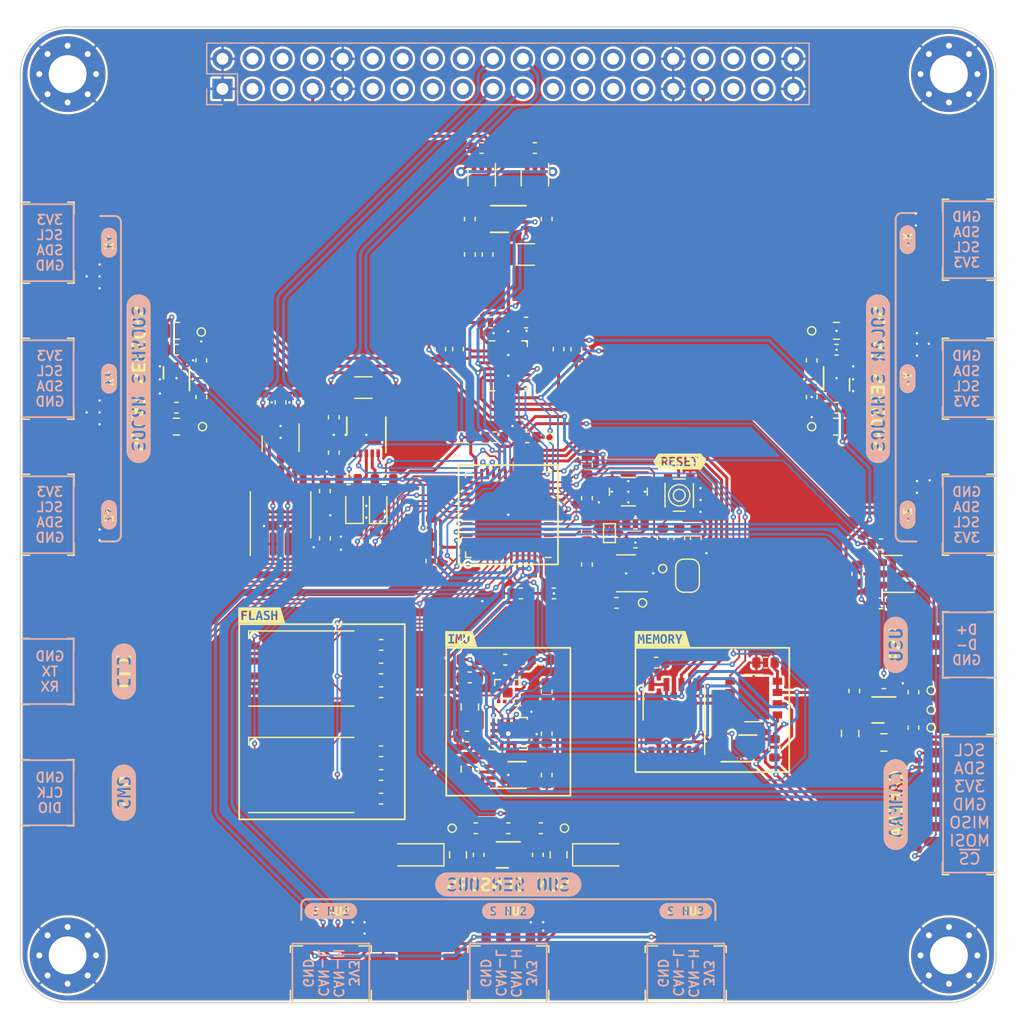
<source format=kicad_pcb>
(kicad_pcb (version 20211014) (generator pcbnew)

  (general
    (thickness 1)
  )

  (paper "A4")
  (title_block
    (title "BUTCube - Flight controller")
    (date "2022-05-26")
    (rev "v1.0")
    (comment 1 "Author: Petr Malaník")
  )

  (layers
    (0 "F.Cu" mixed)
    (31 "B.Cu" mixed)
    (36 "B.SilkS" user "B.Silkscreen")
    (37 "F.SilkS" user "F.Silkscreen")
    (38 "B.Mask" user)
    (39 "F.Mask" user)
    (40 "Dwgs.User" user "User.Drawings")
    (41 "Cmts.User" user "User.Comments")
    (42 "Eco1.User" user "User.Eco1")
    (43 "Eco2.User" user "User.Eco2")
    (44 "Edge.Cuts" user)
    (45 "Margin" user)
    (46 "B.CrtYd" user "B.Courtyard")
    (47 "F.CrtYd" user "F.Courtyard")
    (48 "B.Fab" user)
    (49 "F.Fab" user)
  )

  (setup
    (stackup
      (layer "F.SilkS" (type "Top Silk Screen") (color "White"))
      (layer "F.Paste" (type "Top Solder Paste"))
      (layer "F.Mask" (type "Top Solder Mask") (color "Blue") (thickness 0.01))
      (layer "F.Cu" (type "copper") (thickness 0.035))
      (layer "dielectric 1" (type "core") (thickness 0.91) (material "FR4") (epsilon_r 4.5) (loss_tangent 0.02))
      (layer "B.Cu" (type "copper") (thickness 0.035))
      (layer "B.Mask" (type "Bottom Solder Mask") (color "Blue") (thickness 0.01))
      (layer "B.Paste" (type "Bottom Solder Paste"))
      (layer "B.SilkS" (type "Bottom Silk Screen") (color "White"))
      (copper_finish "ENIG")
      (dielectric_constraints no)
    )
    (pad_to_mask_clearance 0)
    (pcbplotparams
      (layerselection 0x00010fc_ffffffff)
      (disableapertmacros false)
      (usegerberextensions false)
      (usegerberattributes true)
      (usegerberadvancedattributes true)
      (creategerberjobfile true)
      (svguseinch false)
      (svgprecision 6)
      (excludeedgelayer true)
      (plotframeref false)
      (viasonmask false)
      (mode 1)
      (useauxorigin false)
      (hpglpennumber 1)
      (hpglpenspeed 20)
      (hpglpendiameter 15.000000)
      (dxfpolygonmode true)
      (dxfimperialunits true)
      (dxfusepcbnewfont true)
      (psnegative false)
      (psa4output false)
      (plotreference true)
      (plotvalue true)
      (plotinvisibletext false)
      (sketchpadsonfab false)
      (subtractmaskfromsilk false)
      (outputformat 1)
      (mirror false)
      (drillshape 1)
      (scaleselection 1)
      (outputdirectory "")
    )
  )

  (net 0 "")
  (net 1 "Net-(C1-Pad1)")
  (net 2 "GND")
  (net 3 "+3V3")
  (net 4 "/MCU/VREF")
  (net 5 "/Camera/CAMERA_PWR")
  (net 6 "/External_sensors/SUN_PWR")
  (net 7 "Net-(C25-Pad1)")
  (net 8 "/Power/EPS#1_3V3")
  (net 9 "/Power/EPS#2_3V3")
  (net 10 "Net-(D1-Pad1)")
  (net 11 "Net-(D2-Pad1)")
  (net 12 "/External_sensors/CAN.L")
  (net 13 "Net-(J1-Pad2)")
  (net 14 "Net-(J1-Pad3)")
  (net 15 "/MCU/DBG_TX")
  (net 16 "/MCU/DBG_RX")
  (net 17 "/MCU/SWCLK")
  (net 18 "/MCU/SWDIO")
  (net 19 "/Camera/~{CS}")
  (net 20 "/Camera/SPI.MOSI")
  (net 21 "/Camera/SPI.MISO")
  (net 22 "/Camera/SPI.SCK")
  (net 23 "/Camera/I2C.SDA")
  (net 24 "/Camera/I2C.SCL")
  (net 25 "/External_sensors/MUX_1_PWR")
  (net 26 "Net-(J5-Pad2)")
  (net 27 "Net-(J5-Pad3)")
  (net 28 "/External_sensors/MUX_2_PWR")
  (net 29 "Net-(J10-Pad2)")
  (net 30 "Net-(J10-Pad3)")
  (net 31 "/External_sensors/CAN.H")
  (net 32 "unconnected-(J14-Pad3)")
  (net 33 "unconnected-(J14-Pad4)")
  (net 34 "unconnected-(J14-Pad5)")
  (net 35 "unconnected-(J14-Pad6)")
  (net 36 "unconnected-(J14-Pad8)")
  (net 37 "unconnected-(J14-Pad11)")
  (net 38 "unconnected-(J14-Pad12)")
  (net 39 "unconnected-(J14-Pad13)")
  (net 40 "unconnected-(J14-Pad14)")
  (net 41 "unconnected-(J14-Pad15)")
  (net 42 "unconnected-(J14-Pad16)")
  (net 43 "unconnected-(J14-Pad17)")
  (net 44 "unconnected-(J14-Pad18)")
  (net 45 "/MCU/RS_485.~{B}")
  (net 46 "/MCU/RS_485.A")
  (net 47 "unconnected-(J14-Pad23)")
  (net 48 "unconnected-(J14-Pad24)")
  (net 49 "unconnected-(J14-Pad25)")
  (net 50 "unconnected-(J14-Pad26)")
  (net 51 "unconnected-(J14-Pad27)")
  (net 52 "unconnected-(J14-Pad28)")
  (net 53 "unconnected-(J14-Pad29)")
  (net 54 "unconnected-(J14-Pad30)")
  (net 55 "unconnected-(J14-Pad34)")
  (net 56 "unconnected-(J14-Pad35)")
  (net 57 "unconnected-(J14-Pad36)")
  (net 58 "unconnected-(J14-Pad37)")
  (net 59 "unconnected-(J14-Pad38)")
  (net 60 "Net-(JP1-Pad1)")
  (net 61 "/MCU/NRST")
  (net 62 "/External_sensors/MUX_1_EN")
  (net 63 "Net-(NT1-Pad2)")
  (net 64 "/External_sensors/SUN_SENSOR_EN")
  (net 65 "/MCU/POWER_STATUS")
  (net 66 "Net-(NT4-Pad1)")
  (net 67 "Net-(R3-Pad1)")
  (net 68 "/MCU/USB_D-")
  (net 69 "Net-(R4-Pad1)")
  (net 70 "/MCU/USB_D+")
  (net 71 "Net-(R5-Pad1)")
  (net 72 "/MCU/VBAT")
  (net 73 "/MCU/VDDUSB")
  (net 74 "/MCU/LED1")
  (net 75 "/MCU/LED2")
  (net 76 "/MCU/CAN_RS")
  (net 77 "/MCU/RS_485_R_EN")
  (net 78 "/MCU/RS_485_T_EN")
  (net 79 "/Camera/ENABLE")
  (net 80 "Net-(R17-Pad1)")
  (net 81 "/External_sensors/~{FAULT}")
  (net 82 "Net-(R19-Pad1)")
  (net 83 "Net-(R24-Pad1)")
  (net 84 "Net-(R26-Pad1)")
  (net 85 "Net-(R27-Pad2)")
  (net 86 "Net-(R29-Pad2)")
  (net 87 "Net-(R30-Pad1)")
  (net 88 "Net-(R31-Pad1)")
  (net 89 "Net-(R32-Pad1)")
  (net 90 "Net-(R33-Pad1)")
  (net 91 "Net-(R34-Pad1)")
  (net 92 "Net-(TP4-Pad1)")
  (net 93 "Net-(TP8-Pad1)")
  (net 94 "Net-(TP10-Pad1)")
  (net 95 "Net-(TP11-Pad1)")
  (net 96 "unconnected-(U1-Pad3)")
  (net 97 "/MCU/WDG_RESET")
  (net 98 "/MCU/LSE")
  (net 99 "/External_sensors/MUX_2_EN")
  (net 100 "/MCU/HSE")
  (net 101 "/MCU/EEPROM_~{CS}")
  (net 102 "/MCU/MRAM_~{CS}")
  (net 103 "/MCU/FRAM_~{CS}")
  (net 104 "/IMU/GYRO&ACC_~{CS}")
  (net 105 "/IMU/MAGNETO_~{CS}")
  (net 106 "/MCU/RS_485_R")
  (net 107 "/MCU/RS_485_T")
  (net 108 "/MCU/CAN_RX")
  (net 109 "/MCU/CAN_TX")
  (net 110 "/Flash/SPI_MEM.SCK")
  (net 111 "/Flash/SPI_MEM.MISO")
  (net 112 "/Flash/SPI_MEM.MOSI")
  (net 113 "/Flash/BANK_1_~{CS}")
  (net 114 "/Flash/BANK_2_~{CS}")
  (net 115 "unconnected-(U5-Pad7)")
  (net 116 "unconnected-(U8-Pad11)")
  (net 117 "unconnected-(U8-Pad12)")
  (net 118 "unconnected-(U8-Pad15)")
  (net 119 "unconnected-(U8-Pad16)")
  (net 120 "unconnected-(U10-Pad3)")
  (net 121 "unconnected-(U12-Pad3)")
  (net 122 "unconnected-(U13-Pad2)")
  (net 123 "unconnected-(U13-Pad3)")
  (net 124 "unconnected-(U13-Pad4)")
  (net 125 "unconnected-(U13-Pad9)")
  (net 126 "unconnected-(U13-Pad10)")
  (net 127 "unconnected-(U13-Pad11)")
  (net 128 "unconnected-(U14-Pad2)")
  (net 129 "unconnected-(U14-Pad7)")
  (net 130 "unconnected-(U14-Pad11)")
  (net 131 "unconnected-(U14-Pad12)")
  (net 132 "unconnected-(X1-Pad1)")
  (net 133 "Net-(R25-Pad2)")
  (net 134 "unconnected-(U18-Pad4)")
  (net 135 "unconnected-(U19-Pad4)")

  (footprint "TCY_passives:R_0603_1608Metric" (layer "F.Cu") (at 178.5 111.5 180))

  (footprint "kibuzzard-6298BF88" (layer "F.Cu") (at 125.91 105.75))

  (footprint "Resistor_SMD:R_1206_3216Metric" (layer "F.Cu") (at 134.5 86.5 180))

  (footprint "Package_TO_SOT_SMD:SOT-363_SC-70-6" (layer "F.Cu") (at 149 68.75 -90))

  (footprint "LED_SMD:LED_0603_1608Metric" (layer "F.Cu") (at 133.75 96.5 90))

  (footprint "TCY_passives:R_0603_1608Metric" (layer "F.Cu") (at 136 121.25))

  (footprint "TCY_passives:R_0603_1608Metric" (layer "F.Cu") (at 144 123.75 180))

  (footprint "TCY_connectors:TestPoint_Pad_D0.5mm" (layer "F.Cu") (at 159.8 101.8))

  (footprint "Capacitor_SMD:C_0805_2012Metric" (layer "F.Cu") (at 143.5 113.5 -90))

  (footprint "TCY_passives:C_0603_1608Metric" (layer "F.Cu") (at 136 108.25))

  (footprint "TCY_passives:R_0603_1608Metric" (layer "F.Cu") (at 133.25 94.25 180))

  (footprint "TCY_passives:R_0603_1608Metric" (layer "F.Cu") (at 126 87.775 90))

  (footprint "TCY_passives:R_0603_1608Metric" (layer "F.Cu") (at 146.75 123.75 180))

  (footprint "TCY_connectors:Amphenol_10114830-11104LF_1x04_P1.25mm_Horizontal" (layer "F.Cu") (at 107.75 74.25 -90))

  (footprint "TCY_connectors:TestPoint_Pad_D0.5mm" (layer "F.Cu") (at 182.5 112.1))

  (footprint "Package_DFN_QFN:DFN-6-1EP_2x2mm_P0.65mm_EP1x1.6mm" (layer "F.Cu") (at 118.7 85.75 90))

  (footprint "TCY_passives:C_0603_1608Metric" (layer "F.Cu") (at 148.25 81 180))

  (footprint "TCY_passives:C_0603_1608Metric" (layer "F.Cu") (at 140.25 101.15 -90))

  (footprint "Package_TO_SOT_SMD:SOT-363_SC-70-6" (layer "F.Cu") (at 144.5 68.75 -90))

  (footprint "TCY_connectors:TestPoint_Pad_D0.5mm" (layer "F.Cu") (at 172.4 81.7))

  (footprint "Package_DFN_QFN:DFN-8-1EP_3x2mm_P0.5mm_EP1.3x1.5mm" (layer "F.Cu") (at 146.75 119.25))

  (footprint "TCY_passives:C_0603_1608Metric" (layer "F.Cu") (at 149.25 126 90))

  (footprint "TCY_connectors:Amphenol_10114830-11104LF_1x04_P1.25mm_Horizontal" (layer "F.Cu") (at 146.75 136))

  (footprint "TCY_passives:C_0603_1608Metric" (layer "F.Cu") (at 169.25 117 -90))

  (footprint "TCY_passives:R_0603_1608Metric" (layer "F.Cu") (at 143.5 72.25 90))

  (footprint "TCY_passives:C_0603_1608Metric" (layer "F.Cu") (at 150 115.75 -90))

  (footprint "TCY_connectors:Amphenol_10114830-11103LF_1x03_P1.25mm_Horizontal" (layer "F.Cu") (at 110.03 120.75 -90))

  (footprint "TCY_passives:R_0603_1608Metric" (layer "F.Cu") (at 120.8 84.2 90))

  (footprint "TCY_passives:C_0603_1608Metric" (layer "F.Cu") (at 132 92 90))

  (footprint "TCY_passives:R_0603_1608Metric" (layer "F.Cu") (at 134 99.5 -90))

  (footprint "TCY_passives:R_0603_1608Metric" (layer "F.Cu") (at 178.25 99.75 180))

  (footprint "TCY_connectors:Amphenol_10114830-11104LF_1x04_P1.25mm_Horizontal" (layer "F.Cu") (at 107.73 85.75 -90))

  (footprint "Package_DFN_QFN:DFN-6-1EP_2x2mm_P0.65mm_EP1x1.6mm" (layer "F.Cu") (at 146.75 126 180))

  (footprint "Capacitor_Tantalum_SMD:CP_EIA-3216-10_Kemet-I" (layer "F.Cu") (at 154.5 126))

  (footprint "TCY_passives:R_0603_1608Metric" (layer "F.Cu") (at 143.5 109.5))

  (footprint "TCY_oscillators:CSP-4_1.5x0.8mm" (layer "F.Cu") (at 155.3 98.8 -90))

  (footprint "TCY_passives:C_0603_1608Metric" (layer "F.Cu") (at 150 112.2 90))

  (footprint "TCY_connectors:Amphenol_10114830-11103LF_1x03_P1.25mm_Horizontal" (layer "F.Cu") (at 183.47 108.25 90))

  (footprint "TCY_passives:C_0603_1608Metric" (layer "F.Cu") (at 143.25 116 180))

  (footprint "MountingHole:MountingHole_3.2mm_M3_Pad_Via" (layer "F.Cu") (at 184 134.5))

  (footprint "TCY_passives:R_0603_1608Metric" (layer "F.Cu") (at 141 83.25 -90))

  (footprint "TCY_passives:C_0805_2012Metric" (layer "F.Cu") (at 118.7 81.7))

  (footprint "TCY_passives:R_0603_1608Metric" (layer "F.Cu") (at 150 72.25 -90))

  (footprint "kibuzzard-6298A9D6" (layer "F.Cu") (at 161.75 130.75))

  (footprint "Package_DFN_QFN:DFN-8-1EP_3x2mm_P0.5mm_EP1.3x1.5mm" (layer "F.Cu") (at 166.25 117))

  (footprint "TCY_passives:C_0603_1608Metric" (layer "F.Cu") (at 174.5 83.3 180))

  (footprint "TCY_passives:C_0603_1608Metric" (layer "F.Cu") (at 144.25 126 90))

  (footprint "Package_LGA:LGA-12_2x2mm_P0.5mm" (layer "F.Cu") (at 146.7 112.28 180))

  (footprint "TCY_passives:C_0603_1608Metric" (layer "F.Cu") (at 146.5 109.5))

  (footprint "TCY_connectors:TestPoint_Pad_D0.5mm" (layer "F.Cu") (at 172.4 89.8))

  (footprint "Capacitor_SMD:C_1206_3216Metric" (layer "F.Cu") (at 148.25 75.25))

  (footprint "Package_LGA:LGA-14_3x2.5mm_P0.5mm_LayoutBorder3x4y" (layer "F.Cu") (at 146.75 115.75))

  (footprint "TCY_passives:C_0603_1608Metric" (layer "F.Cu") (at 181 115.25 90))

  (footprint "TCY_connectors:TestPoint_Pad_D0.5mm" (layer "F.Cu") (at 142 123.75))

  (footprint "TCY_passives:R_0603_1608Metric" (layer "F.Cu") (at 151 83.25 -90))

  (footprint "TCY_connectors:Amphenol_10114830-11103LF_1x03_P1.25mm_Horizontal" (layer "F.Cu") (at 110.03 110.5 -90))

  (footprint "TCY_connectors:Amphenol_10114830-11104LF_1x04_P1.25mm_Horizontal" (layer "F.Cu") (at 161.75 136))

  (footprint "Capacitor_SMD:C_0805_2012Metric" (layer "F.Cu") (at 175.65 115.75 -90))

  (footprint "TCY_passives:C_0603_1608Metric" (layer "F.Cu") (at 149 66.25 180))

  (footprint "TCY_passives:C_0805_2012Metric" (layer "F.Cu")
    (tedit 613075DC) (tstamp 504151fe-be5c-4ca9-8eb4-611a9434868d)
    (at 174.5 81.7 180)
    (descr "Capacitor SMD 0805 (2012 Metric), square (rectangular) end terminal, IPC_7351 nominal, (Body size source: https://docs.google.com/spreadsheets/d/1BsfQQcO9C6DZCsRaXUlFlo91Tg2WpOkGARC1WS5S8t0/edit?usp=sharing), generated with kicad-footprint-generator")
    (tags "capacitor")
    (property "Sheetfile" "External_sensors.kicad_sch")
    (property "Sheetname" "External_sensors")
    (path "/e4664c1b-a4cd-4eed-8c0f-efff7b6d7960/9b115014-da58-4472-a388-ee38e79466a9")
    (attr smd)
    (fp_text reference "C43" (at 0 -1.65) (layer "F.SilkS") hide
      (effects (font (size 1 1) (thickness 0.15)))
      (tstamp 9c7e771e-da73-457b-aa27-639d23debbf0)
    )
    (fp_text value "10uF" (at 0 1.65) (layer "F.Fab")
      (effects (font (size 1 1) (thickness 0.15)))
      (tstamp b49b0f65-dd86-48be-9011-124c675d13c9)
    )
    (fp_text user "${REFERENCE}" (at 0 0) (layer "F.Fab") hide
      (effects (font (size 0.5 0.5) (thickness 0.08)))
      (tstamp 8d5091f7-6e9f-459b-8688-aa75b55efc56)
    )
    (fp_line (start -0.258578 -0.71) (end 0.258578 -0.71) (layer "F.SilkS") (width 0.12) (tstamp 437dc89b-5d2d-43bf-a1d5-1aa98bda5e6b))
    (fp_line (start -0.258578 0.71) (end 0.258578 0.71) (layer "F.SilkS") (width 0.12) (tstamp fe1c3637-95fb-4372-b4b5-08d20e293ce2))
    (fp_line (start 1.5 0.8) 
... [2176241 chars truncated]
</source>
